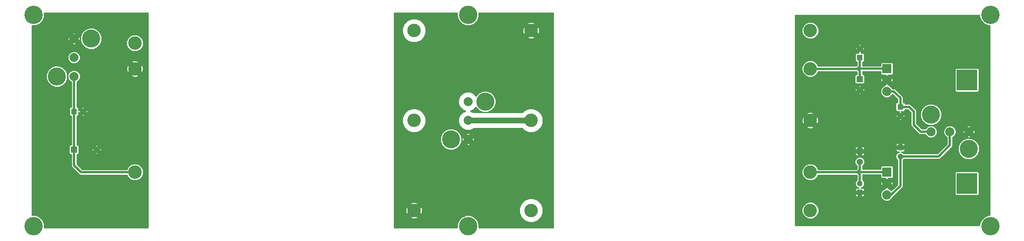
<source format=gtl>
G04 (created by PCBNEW (2013-06-11 BZR 4021)-stable) date Thu 06 Feb 2014 10:57:33 PM CST*
%MOIN*%
G04 Gerber Fmt 3.4, Leading zero omitted, Abs format*
%FSLAX34Y34*%
G01*
G70*
G90*
G04 APERTURE LIST*
%ADD10C,0.00590551*%
%ADD11C,0.08*%
%ADD12R,0.08X0.08*%
%ADD13R,0.18X0.18*%
%ADD14R,0.0551181X0.0551181*%
%ADD15C,0.0551181*%
%ADD16R,0.0511811X0.0511811*%
%ADD17C,0.0511811*%
%ADD18C,0.0787402*%
%ADD19C,0.15748*%
%ADD20C,0.11811*%
%ADD21C,0.16*%
%ADD22C,0.05*%
%ADD23C,0.02*%
%ADD24C,0.01*%
G04 APERTURE END LIST*
G54D10*
G54D11*
X131102Y-91338D03*
X131102Y-92338D03*
G54D12*
X131102Y-90338D03*
G54D13*
X138102Y-91338D03*
G54D11*
X131102Y-82283D03*
X131102Y-83283D03*
G54D12*
X131102Y-81283D03*
G54D13*
X138102Y-82283D03*
G54D14*
X128740Y-88503D03*
G54D15*
X128740Y-89448D03*
G54D14*
X128740Y-82204D03*
G54D15*
X128740Y-83149D03*
G54D16*
X128740Y-80314D03*
G54D17*
X128740Y-79527D03*
G54D16*
X128740Y-92125D03*
G54D17*
X128740Y-91338D03*
G54D16*
X132283Y-88188D03*
G54D17*
X132283Y-88976D03*
G54D16*
X132283Y-84645D03*
G54D17*
X132283Y-85433D03*
G54D16*
X60039Y-85039D03*
G54D17*
X60826Y-85039D03*
G54D14*
X60039Y-88385D03*
G54D15*
X62007Y-88385D03*
G54D18*
X60039Y-81968D03*
X60039Y-80314D03*
X60039Y-78661D03*
G54D19*
X61535Y-78661D03*
X58543Y-81968D03*
G54D18*
X134960Y-86811D03*
X136614Y-86811D03*
X138267Y-86811D03*
G54D19*
X138267Y-88307D03*
X134960Y-85314D03*
G54D18*
X94488Y-84173D03*
X94488Y-85826D03*
X94488Y-87480D03*
G54D19*
X92992Y-87480D03*
X95984Y-84173D03*
G54D20*
X89763Y-77952D03*
X89763Y-85826D03*
X89763Y-93700D03*
X65354Y-79055D03*
X65354Y-81299D03*
X65354Y-90354D03*
X100000Y-85826D03*
X100000Y-93700D03*
X100000Y-77952D03*
X124409Y-93700D03*
X124409Y-90354D03*
X124409Y-85826D03*
X124409Y-81299D03*
X124409Y-77952D03*
G54D21*
X140157Y-76574D03*
X140157Y-95078D03*
X56496Y-76574D03*
X56496Y-95078D03*
X94488Y-76574D03*
X94488Y-95078D03*
G54D22*
X100000Y-85826D02*
X94488Y-85826D01*
G54D23*
X132283Y-88976D02*
X135629Y-88976D01*
X136614Y-87992D02*
X136614Y-86811D01*
X135629Y-88976D02*
X136614Y-87992D01*
X131102Y-92338D02*
X131480Y-92338D01*
X132283Y-91535D02*
X132283Y-88976D01*
X131480Y-92338D02*
X132283Y-91535D01*
X65354Y-90354D02*
X60629Y-90354D01*
X60039Y-89763D02*
X60039Y-88385D01*
X60629Y-90354D02*
X60039Y-89763D01*
X60039Y-85039D02*
X60039Y-81968D01*
X60039Y-88385D02*
X60039Y-85039D01*
X131102Y-83283D02*
X131708Y-83283D01*
X132283Y-83858D02*
X132283Y-84645D01*
X131708Y-83283D02*
X132283Y-83858D01*
X132283Y-84645D02*
X133070Y-84645D01*
X134055Y-86811D02*
X134960Y-86811D01*
X133464Y-86220D02*
X134055Y-86811D01*
X133464Y-85039D02*
X133464Y-86220D01*
X133070Y-84645D02*
X133464Y-85039D01*
X131102Y-81283D02*
X128559Y-81283D01*
X128559Y-81283D02*
X128740Y-81102D01*
X128543Y-81299D02*
X128740Y-81102D01*
X128740Y-81102D02*
X128740Y-80314D01*
X128740Y-82204D02*
X128740Y-81496D01*
X128543Y-81299D02*
X128740Y-81496D01*
X128543Y-81299D02*
X124409Y-81299D01*
X131102Y-90338D02*
X128559Y-90338D01*
X128559Y-90338D02*
X128740Y-90157D01*
X124409Y-90354D02*
X128543Y-90354D01*
X128543Y-90354D02*
X128740Y-90157D01*
X128740Y-90157D02*
X128740Y-89448D01*
X128740Y-90551D02*
X128740Y-91338D01*
X128543Y-90354D02*
X128740Y-90551D01*
G54D10*
G36*
X140107Y-94128D02*
X139969Y-94128D01*
X139620Y-94272D01*
X139352Y-94539D01*
X139207Y-94888D01*
X139207Y-95028D01*
X139205Y-95028D01*
X139205Y-88121D01*
X139152Y-87993D01*
X139152Y-83153D01*
X139152Y-81353D01*
X139129Y-81298D01*
X139087Y-81256D01*
X139032Y-81233D01*
X138972Y-81233D01*
X137172Y-81233D01*
X137117Y-81256D01*
X137075Y-81298D01*
X137052Y-81353D01*
X137052Y-81413D01*
X137052Y-83213D01*
X137075Y-83268D01*
X137117Y-83310D01*
X137172Y-83333D01*
X137232Y-83333D01*
X139032Y-83333D01*
X139087Y-83310D01*
X139129Y-83268D01*
X139152Y-83213D01*
X139152Y-83153D01*
X139152Y-87993D01*
X139062Y-87776D01*
X138799Y-87512D01*
X138796Y-87511D01*
X138796Y-86735D01*
X138784Y-86678D01*
X138733Y-86624D01*
X138546Y-86811D01*
X138733Y-86997D01*
X138784Y-86943D01*
X138796Y-86735D01*
X138796Y-87511D01*
X138454Y-87369D01*
X138454Y-87369D01*
X138454Y-87276D01*
X138454Y-86345D01*
X138400Y-86293D01*
X138192Y-86282D01*
X138135Y-86293D01*
X138080Y-86345D01*
X138267Y-86532D01*
X138454Y-86345D01*
X138454Y-87276D01*
X138267Y-87089D01*
X138080Y-87276D01*
X138135Y-87328D01*
X138343Y-87339D01*
X138400Y-87328D01*
X138454Y-87276D01*
X138454Y-87369D01*
X138082Y-87369D01*
X137989Y-87407D01*
X137989Y-86811D01*
X137802Y-86624D01*
X137750Y-86678D01*
X137739Y-86886D01*
X137750Y-86943D01*
X137802Y-86997D01*
X137989Y-86811D01*
X137989Y-87407D01*
X137737Y-87511D01*
X137473Y-87775D01*
X137330Y-88119D01*
X137330Y-88492D01*
X137472Y-88837D01*
X137736Y-89101D01*
X138080Y-89244D01*
X138453Y-89244D01*
X138798Y-89102D01*
X139061Y-88838D01*
X139204Y-88494D01*
X139205Y-88121D01*
X139205Y-95028D01*
X139152Y-95028D01*
X139152Y-92208D01*
X139152Y-90408D01*
X139129Y-90353D01*
X139087Y-90311D01*
X139032Y-90288D01*
X138972Y-90288D01*
X137172Y-90288D01*
X137157Y-90294D01*
X137157Y-86703D01*
X137075Y-86503D01*
X136922Y-86350D01*
X136722Y-86267D01*
X136506Y-86267D01*
X136306Y-86349D01*
X136153Y-86502D01*
X136070Y-86702D01*
X136070Y-86918D01*
X136152Y-87118D01*
X136305Y-87271D01*
X136364Y-87295D01*
X136364Y-87888D01*
X135898Y-88354D01*
X135898Y-85129D01*
X135755Y-84784D01*
X135492Y-84520D01*
X135147Y-84377D01*
X134774Y-84377D01*
X134430Y-84519D01*
X134166Y-84783D01*
X134023Y-85127D01*
X134023Y-85500D01*
X134165Y-85845D01*
X134428Y-86109D01*
X134773Y-86252D01*
X135146Y-86252D01*
X135490Y-86110D01*
X135754Y-85846D01*
X135897Y-85502D01*
X135898Y-85129D01*
X135898Y-88354D01*
X135526Y-88726D01*
X135504Y-88726D01*
X135504Y-86703D01*
X135421Y-86503D01*
X135269Y-86350D01*
X135069Y-86267D01*
X134852Y-86267D01*
X134653Y-86349D01*
X134499Y-86502D01*
X134475Y-86561D01*
X134158Y-86561D01*
X133714Y-86116D01*
X133714Y-85039D01*
X133695Y-84943D01*
X133695Y-84943D01*
X133641Y-84862D01*
X133641Y-84862D01*
X133247Y-84468D01*
X133166Y-84414D01*
X133070Y-84395D01*
X132689Y-84395D01*
X132689Y-84360D01*
X132666Y-84304D01*
X132624Y-84262D01*
X132569Y-84239D01*
X132533Y-84239D01*
X132533Y-83858D01*
X132533Y-83858D01*
X132533Y-83858D01*
X132529Y-83839D01*
X132514Y-83762D01*
X132514Y-83762D01*
X132460Y-83681D01*
X132460Y-83681D01*
X131885Y-83106D01*
X131804Y-83052D01*
X131708Y-83033D01*
X131652Y-83033D01*
X131652Y-81653D01*
X131652Y-80853D01*
X131629Y-80798D01*
X131587Y-80756D01*
X131532Y-80733D01*
X131472Y-80733D01*
X130672Y-80733D01*
X130617Y-80756D01*
X130575Y-80798D01*
X130552Y-80853D01*
X130552Y-80913D01*
X130552Y-81033D01*
X128990Y-81033D01*
X128990Y-80720D01*
X129025Y-80720D01*
X129080Y-80698D01*
X129123Y-80655D01*
X129146Y-80600D01*
X129146Y-80541D01*
X129146Y-80029D01*
X129131Y-79994D01*
X129131Y-79490D01*
X129116Y-79412D01*
X129069Y-79379D01*
X128921Y-79527D01*
X129069Y-79675D01*
X129116Y-79642D01*
X129131Y-79490D01*
X129131Y-79994D01*
X129123Y-79974D01*
X129081Y-79931D01*
X129026Y-79909D01*
X128966Y-79909D01*
X128828Y-79909D01*
X128855Y-79903D01*
X128888Y-79856D01*
X128888Y-79198D01*
X128855Y-79151D01*
X128702Y-79135D01*
X128624Y-79151D01*
X128591Y-79198D01*
X128740Y-79346D01*
X128888Y-79198D01*
X128888Y-79856D01*
X128740Y-79708D01*
X128591Y-79856D01*
X128624Y-79903D01*
X128676Y-79909D01*
X128559Y-79909D01*
X128559Y-79527D01*
X128411Y-79379D01*
X128363Y-79412D01*
X128348Y-79565D01*
X128363Y-79642D01*
X128411Y-79675D01*
X128559Y-79527D01*
X128559Y-79909D01*
X128454Y-79909D01*
X128399Y-79931D01*
X128357Y-79973D01*
X128334Y-80029D01*
X128334Y-80088D01*
X128334Y-80600D01*
X128357Y-80655D01*
X128399Y-80697D01*
X128454Y-80720D01*
X128490Y-80720D01*
X128490Y-80998D01*
X128439Y-81049D01*
X125150Y-81049D01*
X125150Y-77806D01*
X125037Y-77533D01*
X124829Y-77325D01*
X124557Y-77212D01*
X124262Y-77212D01*
X123990Y-77324D01*
X123782Y-77532D01*
X123669Y-77804D01*
X123668Y-78099D01*
X123781Y-78371D01*
X123989Y-78580D01*
X124261Y-78693D01*
X124556Y-78693D01*
X124828Y-78580D01*
X125036Y-78372D01*
X125149Y-78100D01*
X125150Y-77806D01*
X125150Y-81049D01*
X125107Y-81049D01*
X125037Y-80880D01*
X124829Y-80671D01*
X124557Y-80558D01*
X124262Y-80558D01*
X123990Y-80671D01*
X123782Y-80879D01*
X123669Y-81151D01*
X123668Y-81445D01*
X123781Y-81718D01*
X123989Y-81926D01*
X124261Y-82039D01*
X124556Y-82039D01*
X124828Y-81927D01*
X125036Y-81719D01*
X125107Y-81549D01*
X128439Y-81549D01*
X128490Y-81599D01*
X128490Y-81779D01*
X128434Y-81779D01*
X128379Y-81801D01*
X128337Y-81844D01*
X128314Y-81899D01*
X128314Y-81958D01*
X128314Y-82510D01*
X128337Y-82565D01*
X128379Y-82607D01*
X128434Y-82630D01*
X128494Y-82630D01*
X129045Y-82630D01*
X129100Y-82607D01*
X129142Y-82565D01*
X129165Y-82510D01*
X129165Y-82450D01*
X129165Y-81899D01*
X129142Y-81844D01*
X129100Y-81802D01*
X129045Y-81779D01*
X128990Y-81779D01*
X128990Y-81533D01*
X130552Y-81533D01*
X130552Y-81713D01*
X130575Y-81768D01*
X130617Y-81810D01*
X130672Y-81833D01*
X130732Y-81833D01*
X130935Y-81833D01*
X131102Y-82000D01*
X131269Y-81833D01*
X131532Y-81833D01*
X131587Y-81810D01*
X131629Y-81768D01*
X131652Y-81713D01*
X131652Y-81653D01*
X131652Y-83033D01*
X131637Y-83033D01*
X131637Y-82206D01*
X131626Y-82150D01*
X131573Y-82094D01*
X131385Y-82283D01*
X131573Y-82472D01*
X131626Y-82416D01*
X131637Y-82206D01*
X131637Y-83033D01*
X131594Y-83033D01*
X131568Y-82972D01*
X131414Y-82817D01*
X131282Y-82762D01*
X131291Y-82754D01*
X131102Y-82566D01*
X130913Y-82754D01*
X130922Y-82762D01*
X130819Y-82805D01*
X130819Y-82283D01*
X130630Y-82094D01*
X130578Y-82150D01*
X130567Y-82360D01*
X130578Y-82416D01*
X130630Y-82472D01*
X130819Y-82283D01*
X130819Y-82805D01*
X130791Y-82816D01*
X130636Y-82971D01*
X130552Y-83173D01*
X130552Y-83392D01*
X130635Y-83594D01*
X130790Y-83749D01*
X130992Y-83833D01*
X131211Y-83833D01*
X131413Y-83750D01*
X131568Y-83595D01*
X131594Y-83533D01*
X131605Y-83533D01*
X132033Y-83961D01*
X132033Y-84239D01*
X131997Y-84239D01*
X131942Y-84262D01*
X131900Y-84304D01*
X131877Y-84359D01*
X131877Y-84419D01*
X131877Y-84931D01*
X131900Y-84986D01*
X131942Y-85028D01*
X131997Y-85051D01*
X132057Y-85051D01*
X132194Y-85051D01*
X132168Y-85056D01*
X132135Y-85103D01*
X132283Y-85252D01*
X132431Y-85103D01*
X132398Y-85056D01*
X132346Y-85051D01*
X132569Y-85051D01*
X132624Y-85028D01*
X132666Y-84986D01*
X132689Y-84931D01*
X132689Y-84895D01*
X132967Y-84895D01*
X133214Y-85142D01*
X133214Y-86220D01*
X133233Y-86316D01*
X133287Y-86397D01*
X133878Y-86987D01*
X133959Y-87041D01*
X133959Y-87041D01*
X134055Y-87061D01*
X134475Y-87061D01*
X134499Y-87118D01*
X134652Y-87271D01*
X134852Y-87354D01*
X135068Y-87354D01*
X135268Y-87272D01*
X135421Y-87119D01*
X135504Y-86919D01*
X135504Y-86703D01*
X135504Y-88726D01*
X132675Y-88726D01*
X132675Y-85395D01*
X132659Y-85317D01*
X132612Y-85284D01*
X132464Y-85433D01*
X132612Y-85581D01*
X132659Y-85548D01*
X132675Y-85395D01*
X132675Y-88726D01*
X132669Y-88726D01*
X132607Y-88726D01*
X132513Y-88632D01*
X132375Y-88574D01*
X132443Y-88574D01*
X132513Y-88574D01*
X132565Y-88574D01*
X132613Y-88555D01*
X132649Y-88518D01*
X132669Y-88470D01*
X132669Y-87907D01*
X132649Y-87859D01*
X132613Y-87822D01*
X132565Y-87803D01*
X132513Y-87803D01*
X132443Y-87803D01*
X132431Y-87815D01*
X132431Y-85762D01*
X132283Y-85614D01*
X132135Y-85762D01*
X132168Y-85809D01*
X132321Y-85824D01*
X132398Y-85809D01*
X132431Y-85762D01*
X132431Y-87815D01*
X132411Y-87835D01*
X132411Y-88061D01*
X132636Y-88061D01*
X132669Y-88028D01*
X132669Y-87907D01*
X132669Y-88470D01*
X132669Y-88349D01*
X132636Y-88316D01*
X132411Y-88316D01*
X132411Y-88396D01*
X132155Y-88396D01*
X132155Y-88316D01*
X132155Y-88061D01*
X132155Y-87835D01*
X132123Y-87803D01*
X132102Y-87803D01*
X132102Y-85433D01*
X131954Y-85284D01*
X131907Y-85317D01*
X131891Y-85470D01*
X131907Y-85548D01*
X131954Y-85581D01*
X132102Y-85433D01*
X132102Y-87803D01*
X132053Y-87803D01*
X132001Y-87803D01*
X131953Y-87822D01*
X131917Y-87859D01*
X131897Y-87907D01*
X131897Y-88028D01*
X131930Y-88061D01*
X132155Y-88061D01*
X132155Y-88316D01*
X131930Y-88316D01*
X131897Y-88349D01*
X131897Y-88470D01*
X131917Y-88518D01*
X131953Y-88555D01*
X132001Y-88574D01*
X132053Y-88574D01*
X132123Y-88574D01*
X132155Y-88574D01*
X132192Y-88574D01*
X132155Y-88590D01*
X132053Y-88632D01*
X131939Y-88746D01*
X131877Y-88895D01*
X131877Y-89056D01*
X131939Y-89206D01*
X132033Y-89300D01*
X132033Y-91431D01*
X131652Y-91812D01*
X131652Y-90708D01*
X131652Y-89908D01*
X131629Y-89853D01*
X131587Y-89811D01*
X131532Y-89788D01*
X131472Y-89788D01*
X130672Y-89788D01*
X130617Y-89811D01*
X130575Y-89853D01*
X130552Y-89908D01*
X130552Y-89968D01*
X130552Y-90088D01*
X128990Y-90088D01*
X128990Y-89800D01*
X129100Y-89690D01*
X129165Y-89533D01*
X129165Y-89364D01*
X129151Y-89329D01*
X129151Y-83106D01*
X129136Y-83031D01*
X129088Y-82995D01*
X128935Y-83149D01*
X129088Y-83303D01*
X129136Y-83267D01*
X129151Y-83106D01*
X129151Y-89329D01*
X129145Y-89316D01*
X129145Y-88805D01*
X129145Y-88202D01*
X129126Y-88154D01*
X129089Y-88118D01*
X129041Y-88098D01*
X128990Y-88098D01*
X128910Y-88098D01*
X128893Y-88114D01*
X128893Y-83498D01*
X128893Y-82800D01*
X128857Y-82753D01*
X128697Y-82738D01*
X128622Y-82753D01*
X128586Y-82800D01*
X128740Y-82954D01*
X128893Y-82800D01*
X128893Y-83498D01*
X128740Y-83344D01*
X128586Y-83498D01*
X128622Y-83546D01*
X128783Y-83560D01*
X128857Y-83546D01*
X128893Y-83498D01*
X128893Y-88114D01*
X128877Y-88130D01*
X128877Y-88366D01*
X129113Y-88366D01*
X129145Y-88333D01*
X129145Y-88202D01*
X129145Y-88805D01*
X129145Y-88674D01*
X129113Y-88641D01*
X128877Y-88641D01*
X128877Y-88877D01*
X128910Y-88909D01*
X128990Y-88909D01*
X129041Y-88909D01*
X129089Y-88889D01*
X129126Y-88853D01*
X129145Y-88805D01*
X129145Y-89316D01*
X129101Y-89208D01*
X128981Y-89088D01*
X128825Y-89023D01*
X128655Y-89023D01*
X128602Y-89045D01*
X128602Y-88877D01*
X128602Y-88641D01*
X128602Y-88366D01*
X128602Y-88130D01*
X128569Y-88098D01*
X128545Y-88098D01*
X128545Y-83149D01*
X128391Y-82995D01*
X128343Y-83031D01*
X128328Y-83192D01*
X128343Y-83267D01*
X128391Y-83303D01*
X128545Y-83149D01*
X128545Y-88098D01*
X128490Y-88098D01*
X128438Y-88098D01*
X128390Y-88118D01*
X128354Y-88154D01*
X128334Y-88202D01*
X128334Y-88333D01*
X128367Y-88366D01*
X128602Y-88366D01*
X128602Y-88641D01*
X128367Y-88641D01*
X128334Y-88674D01*
X128334Y-88805D01*
X128354Y-88853D01*
X128390Y-88889D01*
X128438Y-88909D01*
X128490Y-88909D01*
X128569Y-88909D01*
X128602Y-88877D01*
X128602Y-89045D01*
X128499Y-89087D01*
X128379Y-89207D01*
X128314Y-89363D01*
X128314Y-89533D01*
X128379Y-89689D01*
X128490Y-89800D01*
X128490Y-90053D01*
X128439Y-90104D01*
X125143Y-90104D01*
X125143Y-85797D01*
X125098Y-85573D01*
X125026Y-85492D01*
X124743Y-85775D01*
X124743Y-85209D01*
X124663Y-85137D01*
X124380Y-85092D01*
X124155Y-85137D01*
X124074Y-85209D01*
X124409Y-85543D01*
X124743Y-85209D01*
X124743Y-85775D01*
X124692Y-85826D01*
X125026Y-86161D01*
X125098Y-86080D01*
X125143Y-85797D01*
X125143Y-90104D01*
X125107Y-90104D01*
X125037Y-89935D01*
X124829Y-89726D01*
X124743Y-89691D01*
X124743Y-86444D01*
X124409Y-86109D01*
X124126Y-86392D01*
X124126Y-85826D01*
X123792Y-85492D01*
X123719Y-85573D01*
X123675Y-85856D01*
X123719Y-86080D01*
X123792Y-86161D01*
X124126Y-85826D01*
X124126Y-86392D01*
X124074Y-86444D01*
X124155Y-86516D01*
X124438Y-86560D01*
X124663Y-86516D01*
X124743Y-86444D01*
X124743Y-89691D01*
X124557Y-89613D01*
X124262Y-89613D01*
X123990Y-89726D01*
X123782Y-89934D01*
X123669Y-90206D01*
X123668Y-90500D01*
X123781Y-90773D01*
X123989Y-90981D01*
X124261Y-91094D01*
X124556Y-91095D01*
X124828Y-90982D01*
X125036Y-90774D01*
X125107Y-90604D01*
X128439Y-90604D01*
X128490Y-90654D01*
X128490Y-91014D01*
X128396Y-91108D01*
X128334Y-91257D01*
X128334Y-91418D01*
X128395Y-91568D01*
X128509Y-91682D01*
X128648Y-91740D01*
X128579Y-91740D01*
X128509Y-91740D01*
X128458Y-91740D01*
X128410Y-91759D01*
X128373Y-91796D01*
X128354Y-91844D01*
X128354Y-91965D01*
X128386Y-91998D01*
X128612Y-91998D01*
X128612Y-91918D01*
X128868Y-91918D01*
X128868Y-91998D01*
X129093Y-91998D01*
X129126Y-91965D01*
X129126Y-91844D01*
X129106Y-91796D01*
X129069Y-91759D01*
X129022Y-91740D01*
X128970Y-91740D01*
X128900Y-91740D01*
X128831Y-91740D01*
X128969Y-91682D01*
X129084Y-91568D01*
X129145Y-91419D01*
X129146Y-91258D01*
X129084Y-91108D01*
X128990Y-91014D01*
X128990Y-90588D01*
X130552Y-90588D01*
X130552Y-90768D01*
X130575Y-90823D01*
X130617Y-90865D01*
X130672Y-90888D01*
X130732Y-90888D01*
X130935Y-90888D01*
X131102Y-91055D01*
X131269Y-90888D01*
X131532Y-90888D01*
X131587Y-90865D01*
X131629Y-90823D01*
X131652Y-90768D01*
X131652Y-90708D01*
X131652Y-91812D01*
X131637Y-91828D01*
X131637Y-91261D01*
X131626Y-91205D01*
X131573Y-91149D01*
X131385Y-91338D01*
X131573Y-91527D01*
X131626Y-91471D01*
X131637Y-91261D01*
X131637Y-91828D01*
X131503Y-91961D01*
X131414Y-91872D01*
X131282Y-91817D01*
X131291Y-91810D01*
X131102Y-91621D01*
X130913Y-91810D01*
X130922Y-91817D01*
X130819Y-91860D01*
X130819Y-91338D01*
X130630Y-91149D01*
X130578Y-91205D01*
X130567Y-91415D01*
X130578Y-91471D01*
X130630Y-91527D01*
X130819Y-91338D01*
X130819Y-91860D01*
X130791Y-91872D01*
X130636Y-92026D01*
X130552Y-92228D01*
X130552Y-92447D01*
X130635Y-92649D01*
X130790Y-92804D01*
X130992Y-92888D01*
X131211Y-92888D01*
X131413Y-92805D01*
X131568Y-92650D01*
X131611Y-92545D01*
X131657Y-92515D01*
X132460Y-91712D01*
X132460Y-91712D01*
X132460Y-91712D01*
X132514Y-91631D01*
X132514Y-91631D01*
X132533Y-91535D01*
X132533Y-89300D01*
X132607Y-89226D01*
X135629Y-89226D01*
X135725Y-89207D01*
X135806Y-89153D01*
X136790Y-88168D01*
X136790Y-88168D01*
X136790Y-88168D01*
X136845Y-88087D01*
X136845Y-88087D01*
X136860Y-88011D01*
X136864Y-87992D01*
X136864Y-87992D01*
X136864Y-87992D01*
X136864Y-87296D01*
X136921Y-87272D01*
X137074Y-87119D01*
X137157Y-86919D01*
X137157Y-86703D01*
X137157Y-90294D01*
X137117Y-90311D01*
X137075Y-90353D01*
X137052Y-90408D01*
X137052Y-90468D01*
X137052Y-92268D01*
X137075Y-92323D01*
X137117Y-92365D01*
X137172Y-92388D01*
X137232Y-92388D01*
X139032Y-92388D01*
X139087Y-92365D01*
X139129Y-92323D01*
X139152Y-92268D01*
X139152Y-92208D01*
X139152Y-95028D01*
X129126Y-95028D01*
X129126Y-92407D01*
X129126Y-92286D01*
X129093Y-92253D01*
X128868Y-92253D01*
X128868Y-92479D01*
X128900Y-92511D01*
X128970Y-92511D01*
X129022Y-92511D01*
X129069Y-92492D01*
X129106Y-92455D01*
X129126Y-92407D01*
X129126Y-95028D01*
X128612Y-95028D01*
X128612Y-92479D01*
X128612Y-92253D01*
X128386Y-92253D01*
X128354Y-92286D01*
X128354Y-92407D01*
X128373Y-92455D01*
X128410Y-92492D01*
X128458Y-92511D01*
X128509Y-92511D01*
X128579Y-92511D01*
X128612Y-92479D01*
X128612Y-95028D01*
X125150Y-95028D01*
X125150Y-93554D01*
X125037Y-93281D01*
X124829Y-93073D01*
X124557Y-92960D01*
X124262Y-92960D01*
X123990Y-93072D01*
X123782Y-93280D01*
X123669Y-93552D01*
X123668Y-93847D01*
X123781Y-94119D01*
X123989Y-94328D01*
X124261Y-94441D01*
X124556Y-94441D01*
X124828Y-94328D01*
X125036Y-94120D01*
X125149Y-93848D01*
X125150Y-93554D01*
X125150Y-95028D01*
X123081Y-95028D01*
X123081Y-76624D01*
X139207Y-76624D01*
X139207Y-76762D01*
X139351Y-77112D01*
X139618Y-77379D01*
X139967Y-77524D01*
X140107Y-77524D01*
X140107Y-94128D01*
X140107Y-94128D01*
G37*
G54D24*
X140107Y-94128D02*
X139969Y-94128D01*
X139620Y-94272D01*
X139352Y-94539D01*
X139207Y-94888D01*
X139207Y-95028D01*
X139205Y-95028D01*
X139205Y-88121D01*
X139152Y-87993D01*
X139152Y-83153D01*
X139152Y-81353D01*
X139129Y-81298D01*
X139087Y-81256D01*
X139032Y-81233D01*
X138972Y-81233D01*
X137172Y-81233D01*
X137117Y-81256D01*
X137075Y-81298D01*
X137052Y-81353D01*
X137052Y-81413D01*
X137052Y-83213D01*
X137075Y-83268D01*
X137117Y-83310D01*
X137172Y-83333D01*
X137232Y-83333D01*
X139032Y-83333D01*
X139087Y-83310D01*
X139129Y-83268D01*
X139152Y-83213D01*
X139152Y-83153D01*
X139152Y-87993D01*
X139062Y-87776D01*
X138799Y-87512D01*
X138796Y-87511D01*
X138796Y-86735D01*
X138784Y-86678D01*
X138733Y-86624D01*
X138546Y-86811D01*
X138733Y-86997D01*
X138784Y-86943D01*
X138796Y-86735D01*
X138796Y-87511D01*
X138454Y-87369D01*
X138454Y-87369D01*
X138454Y-87276D01*
X138454Y-86345D01*
X138400Y-86293D01*
X138192Y-86282D01*
X138135Y-86293D01*
X138080Y-86345D01*
X138267Y-86532D01*
X138454Y-86345D01*
X138454Y-87276D01*
X138267Y-87089D01*
X138080Y-87276D01*
X138135Y-87328D01*
X138343Y-87339D01*
X138400Y-87328D01*
X138454Y-87276D01*
X138454Y-87369D01*
X138082Y-87369D01*
X137989Y-87407D01*
X137989Y-86811D01*
X137802Y-86624D01*
X137750Y-86678D01*
X137739Y-86886D01*
X137750Y-86943D01*
X137802Y-86997D01*
X137989Y-86811D01*
X137989Y-87407D01*
X137737Y-87511D01*
X137473Y-87775D01*
X137330Y-88119D01*
X137330Y-88492D01*
X137472Y-88837D01*
X137736Y-89101D01*
X138080Y-89244D01*
X138453Y-89244D01*
X138798Y-89102D01*
X139061Y-88838D01*
X139204Y-88494D01*
X139205Y-88121D01*
X139205Y-95028D01*
X139152Y-95028D01*
X139152Y-92208D01*
X139152Y-90408D01*
X139129Y-90353D01*
X139087Y-90311D01*
X139032Y-90288D01*
X138972Y-90288D01*
X137172Y-90288D01*
X137157Y-90294D01*
X137157Y-86703D01*
X137075Y-86503D01*
X136922Y-86350D01*
X136722Y-86267D01*
X136506Y-86267D01*
X136306Y-86349D01*
X136153Y-86502D01*
X136070Y-86702D01*
X136070Y-86918D01*
X136152Y-87118D01*
X136305Y-87271D01*
X136364Y-87295D01*
X136364Y-87888D01*
X135898Y-88354D01*
X135898Y-85129D01*
X135755Y-84784D01*
X135492Y-84520D01*
X135147Y-84377D01*
X134774Y-84377D01*
X134430Y-84519D01*
X134166Y-84783D01*
X134023Y-85127D01*
X134023Y-85500D01*
X134165Y-85845D01*
X134428Y-86109D01*
X134773Y-86252D01*
X135146Y-86252D01*
X135490Y-86110D01*
X135754Y-85846D01*
X135897Y-85502D01*
X135898Y-85129D01*
X135898Y-88354D01*
X135526Y-88726D01*
X135504Y-88726D01*
X135504Y-86703D01*
X135421Y-86503D01*
X135269Y-86350D01*
X135069Y-86267D01*
X134852Y-86267D01*
X134653Y-86349D01*
X134499Y-86502D01*
X134475Y-86561D01*
X134158Y-86561D01*
X133714Y-86116D01*
X133714Y-85039D01*
X133695Y-84943D01*
X133695Y-84943D01*
X133641Y-84862D01*
X133641Y-84862D01*
X133247Y-84468D01*
X133166Y-84414D01*
X133070Y-84395D01*
X132689Y-84395D01*
X132689Y-84360D01*
X132666Y-84304D01*
X132624Y-84262D01*
X132569Y-84239D01*
X132533Y-84239D01*
X132533Y-83858D01*
X132533Y-83858D01*
X132533Y-83858D01*
X132529Y-83839D01*
X132514Y-83762D01*
X132514Y-83762D01*
X132460Y-83681D01*
X132460Y-83681D01*
X131885Y-83106D01*
X131804Y-83052D01*
X131708Y-83033D01*
X131652Y-83033D01*
X131652Y-81653D01*
X131652Y-80853D01*
X131629Y-80798D01*
X131587Y-80756D01*
X131532Y-80733D01*
X131472Y-80733D01*
X130672Y-80733D01*
X130617Y-80756D01*
X130575Y-80798D01*
X130552Y-80853D01*
X130552Y-80913D01*
X130552Y-81033D01*
X128990Y-81033D01*
X128990Y-80720D01*
X129025Y-80720D01*
X129080Y-80698D01*
X129123Y-80655D01*
X129146Y-80600D01*
X129146Y-80541D01*
X129146Y-80029D01*
X129131Y-79994D01*
X129131Y-79490D01*
X129116Y-79412D01*
X129069Y-79379D01*
X128921Y-79527D01*
X129069Y-79675D01*
X129116Y-79642D01*
X129131Y-79490D01*
X129131Y-79994D01*
X129123Y-79974D01*
X129081Y-79931D01*
X129026Y-79909D01*
X128966Y-79909D01*
X128828Y-79909D01*
X128855Y-79903D01*
X128888Y-79856D01*
X128888Y-79198D01*
X128855Y-79151D01*
X128702Y-79135D01*
X128624Y-79151D01*
X128591Y-79198D01*
X128740Y-79346D01*
X128888Y-79198D01*
X128888Y-79856D01*
X128740Y-79708D01*
X128591Y-79856D01*
X128624Y-79903D01*
X128676Y-79909D01*
X128559Y-79909D01*
X128559Y-79527D01*
X128411Y-79379D01*
X128363Y-79412D01*
X128348Y-79565D01*
X128363Y-79642D01*
X128411Y-79675D01*
X128559Y-79527D01*
X128559Y-79909D01*
X128454Y-79909D01*
X128399Y-79931D01*
X128357Y-79973D01*
X128334Y-80029D01*
X128334Y-80088D01*
X128334Y-80600D01*
X128357Y-80655D01*
X128399Y-80697D01*
X128454Y-80720D01*
X128490Y-80720D01*
X128490Y-80998D01*
X128439Y-81049D01*
X125150Y-81049D01*
X125150Y-77806D01*
X125037Y-77533D01*
X124829Y-77325D01*
X124557Y-77212D01*
X124262Y-77212D01*
X123990Y-77324D01*
X123782Y-77532D01*
X123669Y-77804D01*
X123668Y-78099D01*
X123781Y-78371D01*
X123989Y-78580D01*
X124261Y-78693D01*
X124556Y-78693D01*
X124828Y-78580D01*
X125036Y-78372D01*
X125149Y-78100D01*
X125150Y-77806D01*
X125150Y-81049D01*
X125107Y-81049D01*
X125037Y-80880D01*
X124829Y-80671D01*
X124557Y-80558D01*
X124262Y-80558D01*
X123990Y-80671D01*
X123782Y-80879D01*
X123669Y-81151D01*
X123668Y-81445D01*
X123781Y-81718D01*
X123989Y-81926D01*
X124261Y-82039D01*
X124556Y-82039D01*
X124828Y-81927D01*
X125036Y-81719D01*
X125107Y-81549D01*
X128439Y-81549D01*
X128490Y-81599D01*
X128490Y-81779D01*
X128434Y-81779D01*
X128379Y-81801D01*
X128337Y-81844D01*
X128314Y-81899D01*
X128314Y-81958D01*
X128314Y-82510D01*
X128337Y-82565D01*
X128379Y-82607D01*
X128434Y-82630D01*
X128494Y-82630D01*
X129045Y-82630D01*
X129100Y-82607D01*
X129142Y-82565D01*
X129165Y-82510D01*
X129165Y-82450D01*
X129165Y-81899D01*
X129142Y-81844D01*
X129100Y-81802D01*
X129045Y-81779D01*
X128990Y-81779D01*
X128990Y-81533D01*
X130552Y-81533D01*
X130552Y-81713D01*
X130575Y-81768D01*
X130617Y-81810D01*
X130672Y-81833D01*
X130732Y-81833D01*
X130935Y-81833D01*
X131102Y-82000D01*
X131269Y-81833D01*
X131532Y-81833D01*
X131587Y-81810D01*
X131629Y-81768D01*
X131652Y-81713D01*
X131652Y-81653D01*
X131652Y-83033D01*
X131637Y-83033D01*
X131637Y-82206D01*
X131626Y-82150D01*
X131573Y-82094D01*
X131385Y-82283D01*
X131573Y-82472D01*
X131626Y-82416D01*
X131637Y-82206D01*
X131637Y-83033D01*
X131594Y-83033D01*
X131568Y-82972D01*
X131414Y-82817D01*
X131282Y-82762D01*
X131291Y-82754D01*
X131102Y-82566D01*
X130913Y-82754D01*
X130922Y-82762D01*
X130819Y-82805D01*
X130819Y-82283D01*
X130630Y-82094D01*
X130578Y-82150D01*
X130567Y-82360D01*
X130578Y-82416D01*
X130630Y-82472D01*
X130819Y-82283D01*
X130819Y-82805D01*
X130791Y-82816D01*
X130636Y-82971D01*
X130552Y-83173D01*
X130552Y-83392D01*
X130635Y-83594D01*
X130790Y-83749D01*
X130992Y-83833D01*
X131211Y-83833D01*
X131413Y-83750D01*
X131568Y-83595D01*
X131594Y-83533D01*
X131605Y-83533D01*
X132033Y-83961D01*
X132033Y-84239D01*
X131997Y-84239D01*
X131942Y-84262D01*
X131900Y-84304D01*
X131877Y-84359D01*
X131877Y-84419D01*
X131877Y-84931D01*
X131900Y-84986D01*
X131942Y-85028D01*
X131997Y-85051D01*
X132057Y-85051D01*
X132194Y-85051D01*
X132168Y-85056D01*
X132135Y-85103D01*
X132283Y-85252D01*
X132431Y-85103D01*
X132398Y-85056D01*
X132346Y-85051D01*
X132569Y-85051D01*
X132624Y-85028D01*
X132666Y-84986D01*
X132689Y-84931D01*
X132689Y-84895D01*
X132967Y-84895D01*
X133214Y-85142D01*
X133214Y-86220D01*
X133233Y-86316D01*
X133287Y-86397D01*
X133878Y-86987D01*
X133959Y-87041D01*
X133959Y-87041D01*
X134055Y-87061D01*
X134475Y-87061D01*
X134499Y-87118D01*
X134652Y-87271D01*
X134852Y-87354D01*
X135068Y-87354D01*
X135268Y-87272D01*
X135421Y-87119D01*
X135504Y-86919D01*
X135504Y-86703D01*
X135504Y-88726D01*
X132675Y-88726D01*
X132675Y-85395D01*
X132659Y-85317D01*
X132612Y-85284D01*
X132464Y-85433D01*
X132612Y-85581D01*
X132659Y-85548D01*
X132675Y-85395D01*
X132675Y-88726D01*
X132669Y-88726D01*
X132607Y-88726D01*
X132513Y-88632D01*
X132375Y-88574D01*
X132443Y-88574D01*
X132513Y-88574D01*
X132565Y-88574D01*
X132613Y-88555D01*
X132649Y-88518D01*
X132669Y-88470D01*
X132669Y-87907D01*
X132649Y-87859D01*
X132613Y-87822D01*
X132565Y-87803D01*
X132513Y-87803D01*
X132443Y-87803D01*
X132431Y-87815D01*
X132431Y-85762D01*
X132283Y-85614D01*
X132135Y-85762D01*
X132168Y-85809D01*
X132321Y-85824D01*
X132398Y-85809D01*
X132431Y-85762D01*
X132431Y-87815D01*
X132411Y-87835D01*
X132411Y-88061D01*
X132636Y-88061D01*
X132669Y-88028D01*
X132669Y-87907D01*
X132669Y-88470D01*
X132669Y-88349D01*
X132636Y-88316D01*
X132411Y-88316D01*
X132411Y-88396D01*
X132155Y-88396D01*
X132155Y-88316D01*
X132155Y-88061D01*
X132155Y-87835D01*
X132123Y-87803D01*
X132102Y-87803D01*
X132102Y-85433D01*
X131954Y-85284D01*
X131907Y-85317D01*
X131891Y-85470D01*
X131907Y-85548D01*
X131954Y-85581D01*
X132102Y-85433D01*
X132102Y-87803D01*
X132053Y-87803D01*
X132001Y-87803D01*
X131953Y-87822D01*
X131917Y-87859D01*
X131897Y-87907D01*
X131897Y-88028D01*
X131930Y-88061D01*
X132155Y-88061D01*
X132155Y-88316D01*
X131930Y-88316D01*
X131897Y-88349D01*
X131897Y-88470D01*
X131917Y-88518D01*
X131953Y-88555D01*
X132001Y-88574D01*
X132053Y-88574D01*
X132123Y-88574D01*
X132155Y-88574D01*
X132192Y-88574D01*
X132155Y-88590D01*
X132053Y-88632D01*
X131939Y-88746D01*
X131877Y-88895D01*
X131877Y-89056D01*
X131939Y-89206D01*
X132033Y-89300D01*
X132033Y-91431D01*
X131652Y-91812D01*
X131652Y-90708D01*
X131652Y-89908D01*
X131629Y-89853D01*
X131587Y-89811D01*
X131532Y-89788D01*
X131472Y-89788D01*
X130672Y-89788D01*
X130617Y-89811D01*
X130575Y-89853D01*
X130552Y-89908D01*
X130552Y-89968D01*
X130552Y-90088D01*
X128990Y-90088D01*
X128990Y-89800D01*
X129100Y-89690D01*
X129165Y-89533D01*
X129165Y-89364D01*
X129151Y-89329D01*
X129151Y-83106D01*
X129136Y-83031D01*
X129088Y-82995D01*
X128935Y-83149D01*
X129088Y-83303D01*
X129136Y-83267D01*
X129151Y-83106D01*
X129151Y-89329D01*
X129145Y-89316D01*
X129145Y-88805D01*
X129145Y-88202D01*
X129126Y-88154D01*
X129089Y-88118D01*
X129041Y-88098D01*
X128990Y-88098D01*
X128910Y-88098D01*
X128893Y-88114D01*
X128893Y-83498D01*
X128893Y-82800D01*
X128857Y-82753D01*
X128697Y-82738D01*
X128622Y-82753D01*
X128586Y-82800D01*
X128740Y-82954D01*
X128893Y-82800D01*
X128893Y-83498D01*
X128740Y-83344D01*
X128586Y-83498D01*
X128622Y-83546D01*
X128783Y-83560D01*
X128857Y-83546D01*
X128893Y-83498D01*
X128893Y-88114D01*
X128877Y-88130D01*
X128877Y-88366D01*
X129113Y-88366D01*
X129145Y-88333D01*
X129145Y-88202D01*
X129145Y-88805D01*
X129145Y-88674D01*
X129113Y-88641D01*
X128877Y-88641D01*
X128877Y-88877D01*
X128910Y-88909D01*
X128990Y-88909D01*
X129041Y-88909D01*
X129089Y-88889D01*
X129126Y-88853D01*
X129145Y-88805D01*
X129145Y-89316D01*
X129101Y-89208D01*
X128981Y-89088D01*
X128825Y-89023D01*
X128655Y-89023D01*
X128602Y-89045D01*
X128602Y-88877D01*
X128602Y-88641D01*
X128602Y-88366D01*
X128602Y-88130D01*
X128569Y-88098D01*
X128545Y-88098D01*
X128545Y-83149D01*
X128391Y-82995D01*
X128343Y-83031D01*
X128328Y-83192D01*
X128343Y-83267D01*
X128391Y-83303D01*
X128545Y-83149D01*
X128545Y-88098D01*
X128490Y-88098D01*
X128438Y-88098D01*
X128390Y-88118D01*
X128354Y-88154D01*
X128334Y-88202D01*
X128334Y-88333D01*
X128367Y-88366D01*
X128602Y-88366D01*
X128602Y-88641D01*
X128367Y-88641D01*
X128334Y-88674D01*
X128334Y-88805D01*
X128354Y-88853D01*
X128390Y-88889D01*
X128438Y-88909D01*
X128490Y-88909D01*
X128569Y-88909D01*
X128602Y-88877D01*
X128602Y-89045D01*
X128499Y-89087D01*
X128379Y-89207D01*
X128314Y-89363D01*
X128314Y-89533D01*
X128379Y-89689D01*
X128490Y-89800D01*
X128490Y-90053D01*
X128439Y-90104D01*
X125143Y-90104D01*
X125143Y-85797D01*
X125098Y-85573D01*
X125026Y-85492D01*
X124743Y-85775D01*
X124743Y-85209D01*
X124663Y-85137D01*
X124380Y-85092D01*
X124155Y-85137D01*
X124074Y-85209D01*
X124409Y-85543D01*
X124743Y-85209D01*
X124743Y-85775D01*
X124692Y-85826D01*
X125026Y-86161D01*
X125098Y-86080D01*
X125143Y-85797D01*
X125143Y-90104D01*
X125107Y-90104D01*
X125037Y-89935D01*
X124829Y-89726D01*
X124743Y-89691D01*
X124743Y-86444D01*
X124409Y-86109D01*
X124126Y-86392D01*
X124126Y-85826D01*
X123792Y-85492D01*
X123719Y-85573D01*
X123675Y-85856D01*
X123719Y-86080D01*
X123792Y-86161D01*
X124126Y-85826D01*
X124126Y-86392D01*
X124074Y-86444D01*
X124155Y-86516D01*
X124438Y-86560D01*
X124663Y-86516D01*
X124743Y-86444D01*
X124743Y-89691D01*
X124557Y-89613D01*
X124262Y-89613D01*
X123990Y-89726D01*
X123782Y-89934D01*
X123669Y-90206D01*
X123668Y-90500D01*
X123781Y-90773D01*
X123989Y-90981D01*
X124261Y-91094D01*
X124556Y-91095D01*
X124828Y-90982D01*
X125036Y-90774D01*
X125107Y-90604D01*
X128439Y-90604D01*
X128490Y-90654D01*
X128490Y-91014D01*
X128396Y-91108D01*
X128334Y-91257D01*
X128334Y-91418D01*
X128395Y-91568D01*
X128509Y-91682D01*
X128648Y-91740D01*
X128579Y-91740D01*
X128509Y-91740D01*
X128458Y-91740D01*
X128410Y-91759D01*
X128373Y-91796D01*
X128354Y-91844D01*
X128354Y-91965D01*
X128386Y-91998D01*
X128612Y-91998D01*
X128612Y-91918D01*
X128868Y-91918D01*
X128868Y-91998D01*
X129093Y-91998D01*
X129126Y-91965D01*
X129126Y-91844D01*
X129106Y-91796D01*
X129069Y-91759D01*
X129022Y-91740D01*
X128970Y-91740D01*
X128900Y-91740D01*
X128831Y-91740D01*
X128969Y-91682D01*
X129084Y-91568D01*
X129145Y-91419D01*
X129146Y-91258D01*
X129084Y-91108D01*
X128990Y-91014D01*
X128990Y-90588D01*
X130552Y-90588D01*
X130552Y-90768D01*
X130575Y-90823D01*
X130617Y-90865D01*
X130672Y-90888D01*
X130732Y-90888D01*
X130935Y-90888D01*
X131102Y-91055D01*
X131269Y-90888D01*
X131532Y-90888D01*
X131587Y-90865D01*
X131629Y-90823D01*
X131652Y-90768D01*
X131652Y-90708D01*
X131652Y-91812D01*
X131637Y-91828D01*
X131637Y-91261D01*
X131626Y-91205D01*
X131573Y-91149D01*
X131385Y-91338D01*
X131573Y-91527D01*
X131626Y-91471D01*
X131637Y-91261D01*
X131637Y-91828D01*
X131503Y-91961D01*
X131414Y-91872D01*
X131282Y-91817D01*
X131291Y-91810D01*
X131102Y-91621D01*
X130913Y-91810D01*
X130922Y-91817D01*
X130819Y-91860D01*
X130819Y-91338D01*
X130630Y-91149D01*
X130578Y-91205D01*
X130567Y-91415D01*
X130578Y-91471D01*
X130630Y-91527D01*
X130819Y-91338D01*
X130819Y-91860D01*
X130791Y-91872D01*
X130636Y-92026D01*
X130552Y-92228D01*
X130552Y-92447D01*
X130635Y-92649D01*
X130790Y-92804D01*
X130992Y-92888D01*
X131211Y-92888D01*
X131413Y-92805D01*
X131568Y-92650D01*
X131611Y-92545D01*
X131657Y-92515D01*
X132460Y-91712D01*
X132460Y-91712D01*
X132460Y-91712D01*
X132514Y-91631D01*
X132514Y-91631D01*
X132533Y-91535D01*
X132533Y-89300D01*
X132607Y-89226D01*
X135629Y-89226D01*
X135725Y-89207D01*
X135806Y-89153D01*
X136790Y-88168D01*
X136790Y-88168D01*
X136790Y-88168D01*
X136845Y-88087D01*
X136845Y-88087D01*
X136860Y-88011D01*
X136864Y-87992D01*
X136864Y-87992D01*
X136864Y-87992D01*
X136864Y-87296D01*
X136921Y-87272D01*
X137074Y-87119D01*
X137157Y-86919D01*
X137157Y-86703D01*
X137157Y-90294D01*
X137117Y-90311D01*
X137075Y-90353D01*
X137052Y-90408D01*
X137052Y-90468D01*
X137052Y-92268D01*
X137075Y-92323D01*
X137117Y-92365D01*
X137172Y-92388D01*
X137232Y-92388D01*
X139032Y-92388D01*
X139087Y-92365D01*
X139129Y-92323D01*
X139152Y-92268D01*
X139152Y-92208D01*
X139152Y-95028D01*
X129126Y-95028D01*
X129126Y-92407D01*
X129126Y-92286D01*
X129093Y-92253D01*
X128868Y-92253D01*
X128868Y-92479D01*
X128900Y-92511D01*
X128970Y-92511D01*
X129022Y-92511D01*
X129069Y-92492D01*
X129106Y-92455D01*
X129126Y-92407D01*
X129126Y-95028D01*
X128612Y-95028D01*
X128612Y-92479D01*
X128612Y-92253D01*
X128386Y-92253D01*
X128354Y-92286D01*
X128354Y-92407D01*
X128373Y-92455D01*
X128410Y-92492D01*
X128458Y-92511D01*
X128509Y-92511D01*
X128579Y-92511D01*
X128612Y-92479D01*
X128612Y-95028D01*
X125150Y-95028D01*
X125150Y-93554D01*
X125037Y-93281D01*
X124829Y-93073D01*
X124557Y-92960D01*
X124262Y-92960D01*
X123990Y-93072D01*
X123782Y-93280D01*
X123669Y-93552D01*
X123668Y-93847D01*
X123781Y-94119D01*
X123989Y-94328D01*
X124261Y-94441D01*
X124556Y-94441D01*
X124828Y-94328D01*
X125036Y-94120D01*
X125149Y-93848D01*
X125150Y-93554D01*
X125150Y-95028D01*
X123081Y-95028D01*
X123081Y-76624D01*
X139207Y-76624D01*
X139207Y-76762D01*
X139351Y-77112D01*
X139618Y-77379D01*
X139967Y-77524D01*
X140107Y-77524D01*
X140107Y-94128D01*
G54D10*
G36*
X101918Y-95225D02*
X101040Y-95225D01*
X101040Y-93494D01*
X101040Y-85620D01*
X100882Y-85238D01*
X100734Y-85089D01*
X100734Y-77923D01*
X100689Y-77699D01*
X100617Y-77618D01*
X100334Y-77901D01*
X100334Y-77335D01*
X100253Y-77263D01*
X99970Y-77218D01*
X99746Y-77263D01*
X99665Y-77335D01*
X100000Y-77669D01*
X100334Y-77335D01*
X100334Y-77901D01*
X100282Y-77952D01*
X100617Y-78287D01*
X100689Y-78206D01*
X100734Y-77923D01*
X100734Y-85089D01*
X100590Y-84945D01*
X100334Y-84838D01*
X100334Y-78570D01*
X100000Y-78235D01*
X99717Y-78518D01*
X99717Y-77952D01*
X99382Y-77618D01*
X99310Y-77699D01*
X99265Y-77982D01*
X99310Y-78206D01*
X99382Y-78287D01*
X99717Y-77952D01*
X99717Y-78518D01*
X99665Y-78570D01*
X99746Y-78642D01*
X100029Y-78686D01*
X100253Y-78642D01*
X100334Y-78570D01*
X100334Y-84838D01*
X100207Y-84786D01*
X99793Y-84786D01*
X99411Y-84944D01*
X99228Y-85126D01*
X94981Y-85126D01*
X94966Y-85111D01*
X94696Y-84999D01*
X94965Y-84888D01*
X95178Y-84676D01*
X95189Y-84703D01*
X95452Y-84967D01*
X95796Y-85110D01*
X96169Y-85110D01*
X96514Y-84968D01*
X96778Y-84704D01*
X96921Y-84360D01*
X96921Y-83987D01*
X96779Y-83642D01*
X96515Y-83379D01*
X96171Y-83235D01*
X95798Y-83235D01*
X95453Y-83378D01*
X95190Y-83641D01*
X95178Y-83670D01*
X94966Y-83458D01*
X94656Y-83329D01*
X94321Y-83329D01*
X94010Y-83457D01*
X93773Y-83694D01*
X93644Y-84004D01*
X93644Y-84340D01*
X93772Y-84650D01*
X94009Y-84888D01*
X94279Y-85000D01*
X94010Y-85111D01*
X93773Y-85348D01*
X93644Y-85658D01*
X93644Y-85993D01*
X93772Y-86304D01*
X94009Y-86541D01*
X94319Y-86670D01*
X94655Y-86670D01*
X94965Y-86542D01*
X94981Y-86526D01*
X99228Y-86526D01*
X99409Y-86708D01*
X99792Y-86867D01*
X100206Y-86867D01*
X100588Y-86709D01*
X100881Y-86416D01*
X101040Y-86034D01*
X101040Y-85620D01*
X101040Y-93494D01*
X100882Y-93112D01*
X100590Y-92819D01*
X100207Y-92660D01*
X99793Y-92660D01*
X99411Y-92818D01*
X99118Y-93110D01*
X98959Y-93492D01*
X98959Y-93906D01*
X99117Y-94289D01*
X99409Y-94582D01*
X99792Y-94741D01*
X100206Y-94741D01*
X100588Y-94583D01*
X100881Y-94290D01*
X101040Y-93908D01*
X101040Y-93494D01*
X101040Y-95225D01*
X95438Y-95225D01*
X95438Y-94890D01*
X95294Y-94541D01*
X95027Y-94273D01*
X95016Y-94269D01*
X95016Y-87404D01*
X95005Y-87347D01*
X94953Y-87293D01*
X94766Y-87480D01*
X94953Y-87667D01*
X95005Y-87612D01*
X95016Y-87404D01*
X95016Y-94269D01*
X94677Y-94128D01*
X94675Y-94128D01*
X94675Y-87945D01*
X94675Y-87014D01*
X94620Y-86963D01*
X94412Y-86951D01*
X94355Y-86963D01*
X94301Y-87014D01*
X94488Y-87201D01*
X94675Y-87014D01*
X94675Y-87945D01*
X94488Y-87758D01*
X94301Y-87945D01*
X94355Y-87997D01*
X94563Y-88008D01*
X94620Y-87997D01*
X94675Y-87945D01*
X94675Y-94128D01*
X94300Y-94128D01*
X94209Y-94165D01*
X94209Y-87480D01*
X94022Y-87293D01*
X93970Y-87347D01*
X93959Y-87555D01*
X93970Y-87612D01*
X94022Y-87667D01*
X94209Y-87480D01*
X94209Y-94165D01*
X93950Y-94272D01*
X93929Y-94293D01*
X93929Y-87294D01*
X93787Y-86950D01*
X93523Y-86686D01*
X93179Y-86543D01*
X92806Y-86542D01*
X92461Y-86685D01*
X92197Y-86948D01*
X92054Y-87293D01*
X92054Y-87665D01*
X92196Y-88010D01*
X92460Y-88274D01*
X92804Y-88417D01*
X93177Y-88417D01*
X93522Y-88275D01*
X93786Y-88012D01*
X93929Y-87667D01*
X93929Y-87294D01*
X93929Y-94293D01*
X93683Y-94539D01*
X93538Y-94888D01*
X93538Y-95225D01*
X90804Y-95225D01*
X90804Y-85620D01*
X90804Y-77746D01*
X90646Y-77364D01*
X90353Y-77071D01*
X89971Y-76912D01*
X89557Y-76912D01*
X89175Y-77070D01*
X88882Y-77362D01*
X88723Y-77744D01*
X88723Y-78158D01*
X88881Y-78541D01*
X89173Y-78834D01*
X89555Y-78993D01*
X89969Y-78993D01*
X90352Y-78835D01*
X90645Y-78542D01*
X90804Y-78160D01*
X90804Y-77746D01*
X90804Y-85620D01*
X90646Y-85238D01*
X90353Y-84945D01*
X89971Y-84786D01*
X89557Y-84786D01*
X89175Y-84944D01*
X88882Y-85236D01*
X88723Y-85618D01*
X88723Y-86032D01*
X88881Y-86415D01*
X89173Y-86708D01*
X89555Y-86867D01*
X89969Y-86867D01*
X90352Y-86709D01*
X90645Y-86416D01*
X90804Y-86034D01*
X90804Y-85620D01*
X90804Y-95225D01*
X90497Y-95225D01*
X90497Y-93671D01*
X90453Y-93447D01*
X90381Y-93366D01*
X90098Y-93649D01*
X90098Y-93083D01*
X90017Y-93011D01*
X89734Y-92966D01*
X89510Y-93011D01*
X89429Y-93083D01*
X89763Y-93417D01*
X90098Y-93083D01*
X90098Y-93649D01*
X90046Y-93700D01*
X90381Y-94035D01*
X90453Y-93954D01*
X90497Y-93671D01*
X90497Y-95225D01*
X90098Y-95225D01*
X90098Y-94318D01*
X89763Y-93983D01*
X89480Y-94266D01*
X89480Y-93700D01*
X89146Y-93366D01*
X89074Y-93447D01*
X89029Y-93730D01*
X89074Y-93954D01*
X89146Y-94035D01*
X89480Y-93700D01*
X89480Y-94266D01*
X89429Y-94318D01*
X89510Y-94390D01*
X89793Y-94434D01*
X90017Y-94390D01*
X90098Y-94318D01*
X90098Y-95225D01*
X88042Y-95225D01*
X88042Y-76427D01*
X93538Y-76427D01*
X93538Y-76762D01*
X93682Y-77112D01*
X93949Y-77379D01*
X94298Y-77524D01*
X94676Y-77524D01*
X95025Y-77380D01*
X95293Y-77113D01*
X95438Y-76764D01*
X95438Y-76427D01*
X101918Y-76427D01*
X101918Y-95225D01*
X101918Y-95225D01*
G37*
G54D24*
X101918Y-95225D02*
X101040Y-95225D01*
X101040Y-93494D01*
X101040Y-85620D01*
X100882Y-85238D01*
X100734Y-85089D01*
X100734Y-77923D01*
X100689Y-77699D01*
X100617Y-77618D01*
X100334Y-77901D01*
X100334Y-77335D01*
X100253Y-77263D01*
X99970Y-77218D01*
X99746Y-77263D01*
X99665Y-77335D01*
X100000Y-77669D01*
X100334Y-77335D01*
X100334Y-77901D01*
X100282Y-77952D01*
X100617Y-78287D01*
X100689Y-78206D01*
X100734Y-77923D01*
X100734Y-85089D01*
X100590Y-84945D01*
X100334Y-84838D01*
X100334Y-78570D01*
X100000Y-78235D01*
X99717Y-78518D01*
X99717Y-77952D01*
X99382Y-77618D01*
X99310Y-77699D01*
X99265Y-77982D01*
X99310Y-78206D01*
X99382Y-78287D01*
X99717Y-77952D01*
X99717Y-78518D01*
X99665Y-78570D01*
X99746Y-78642D01*
X100029Y-78686D01*
X100253Y-78642D01*
X100334Y-78570D01*
X100334Y-84838D01*
X100207Y-84786D01*
X99793Y-84786D01*
X99411Y-84944D01*
X99228Y-85126D01*
X94981Y-85126D01*
X94966Y-85111D01*
X94696Y-84999D01*
X94965Y-84888D01*
X95178Y-84676D01*
X95189Y-84703D01*
X95452Y-84967D01*
X95796Y-85110D01*
X96169Y-85110D01*
X96514Y-84968D01*
X96778Y-84704D01*
X96921Y-84360D01*
X96921Y-83987D01*
X96779Y-83642D01*
X96515Y-83379D01*
X96171Y-83235D01*
X95798Y-83235D01*
X95453Y-83378D01*
X95190Y-83641D01*
X95178Y-83670D01*
X94966Y-83458D01*
X94656Y-83329D01*
X94321Y-83329D01*
X94010Y-83457D01*
X93773Y-83694D01*
X93644Y-84004D01*
X93644Y-84340D01*
X93772Y-84650D01*
X94009Y-84888D01*
X94279Y-85000D01*
X94010Y-85111D01*
X93773Y-85348D01*
X93644Y-85658D01*
X93644Y-85993D01*
X93772Y-86304D01*
X94009Y-86541D01*
X94319Y-86670D01*
X94655Y-86670D01*
X94965Y-86542D01*
X94981Y-86526D01*
X99228Y-86526D01*
X99409Y-86708D01*
X99792Y-86867D01*
X100206Y-86867D01*
X100588Y-86709D01*
X100881Y-86416D01*
X101040Y-86034D01*
X101040Y-85620D01*
X101040Y-93494D01*
X100882Y-93112D01*
X100590Y-92819D01*
X100207Y-92660D01*
X99793Y-92660D01*
X99411Y-92818D01*
X99118Y-93110D01*
X98959Y-93492D01*
X98959Y-93906D01*
X99117Y-94289D01*
X99409Y-94582D01*
X99792Y-94741D01*
X100206Y-94741D01*
X100588Y-94583D01*
X100881Y-94290D01*
X101040Y-93908D01*
X101040Y-93494D01*
X101040Y-95225D01*
X95438Y-95225D01*
X95438Y-94890D01*
X95294Y-94541D01*
X95027Y-94273D01*
X95016Y-94269D01*
X95016Y-87404D01*
X95005Y-87347D01*
X94953Y-87293D01*
X94766Y-87480D01*
X94953Y-87667D01*
X95005Y-87612D01*
X95016Y-87404D01*
X95016Y-94269D01*
X94677Y-94128D01*
X94675Y-94128D01*
X94675Y-87945D01*
X94675Y-87014D01*
X94620Y-86963D01*
X94412Y-86951D01*
X94355Y-86963D01*
X94301Y-87014D01*
X94488Y-87201D01*
X94675Y-87014D01*
X94675Y-87945D01*
X94488Y-87758D01*
X94301Y-87945D01*
X94355Y-87997D01*
X94563Y-88008D01*
X94620Y-87997D01*
X94675Y-87945D01*
X94675Y-94128D01*
X94300Y-94128D01*
X94209Y-94165D01*
X94209Y-87480D01*
X94022Y-87293D01*
X93970Y-87347D01*
X93959Y-87555D01*
X93970Y-87612D01*
X94022Y-87667D01*
X94209Y-87480D01*
X94209Y-94165D01*
X93950Y-94272D01*
X93929Y-94293D01*
X93929Y-87294D01*
X93787Y-86950D01*
X93523Y-86686D01*
X93179Y-86543D01*
X92806Y-86542D01*
X92461Y-86685D01*
X92197Y-86948D01*
X92054Y-87293D01*
X92054Y-87665D01*
X92196Y-88010D01*
X92460Y-88274D01*
X92804Y-88417D01*
X93177Y-88417D01*
X93522Y-88275D01*
X93786Y-88012D01*
X93929Y-87667D01*
X93929Y-87294D01*
X93929Y-94293D01*
X93683Y-94539D01*
X93538Y-94888D01*
X93538Y-95225D01*
X90804Y-95225D01*
X90804Y-85620D01*
X90804Y-77746D01*
X90646Y-77364D01*
X90353Y-77071D01*
X89971Y-76912D01*
X89557Y-76912D01*
X89175Y-77070D01*
X88882Y-77362D01*
X88723Y-77744D01*
X88723Y-78158D01*
X88881Y-78541D01*
X89173Y-78834D01*
X89555Y-78993D01*
X89969Y-78993D01*
X90352Y-78835D01*
X90645Y-78542D01*
X90804Y-78160D01*
X90804Y-77746D01*
X90804Y-85620D01*
X90646Y-85238D01*
X90353Y-84945D01*
X89971Y-84786D01*
X89557Y-84786D01*
X89175Y-84944D01*
X88882Y-85236D01*
X88723Y-85618D01*
X88723Y-86032D01*
X88881Y-86415D01*
X89173Y-86708D01*
X89555Y-86867D01*
X89969Y-86867D01*
X90352Y-86709D01*
X90645Y-86416D01*
X90804Y-86034D01*
X90804Y-85620D01*
X90804Y-95225D01*
X90497Y-95225D01*
X90497Y-93671D01*
X90453Y-93447D01*
X90381Y-93366D01*
X90098Y-93649D01*
X90098Y-93083D01*
X90017Y-93011D01*
X89734Y-92966D01*
X89510Y-93011D01*
X89429Y-93083D01*
X89763Y-93417D01*
X90098Y-93083D01*
X90098Y-93649D01*
X90046Y-93700D01*
X90381Y-94035D01*
X90453Y-93954D01*
X90497Y-93671D01*
X90497Y-95225D01*
X90098Y-95225D01*
X90098Y-94318D01*
X89763Y-93983D01*
X89480Y-94266D01*
X89480Y-93700D01*
X89146Y-93366D01*
X89074Y-93447D01*
X89029Y-93730D01*
X89074Y-93954D01*
X89146Y-94035D01*
X89480Y-93700D01*
X89480Y-94266D01*
X89429Y-94318D01*
X89510Y-94390D01*
X89793Y-94434D01*
X90017Y-94390D01*
X90098Y-94318D01*
X90098Y-95225D01*
X88042Y-95225D01*
X88042Y-76427D01*
X93538Y-76427D01*
X93538Y-76762D01*
X93682Y-77112D01*
X93949Y-77379D01*
X94298Y-77524D01*
X94676Y-77524D01*
X95025Y-77380D01*
X95293Y-77113D01*
X95438Y-76764D01*
X95438Y-76427D01*
X101918Y-76427D01*
X101918Y-95225D01*
G54D10*
G36*
X66485Y-95225D02*
X66095Y-95225D01*
X66095Y-90207D01*
X66095Y-78908D01*
X65982Y-78636D01*
X65774Y-78427D01*
X65502Y-78314D01*
X65207Y-78314D01*
X64935Y-78426D01*
X64726Y-78635D01*
X64613Y-78907D01*
X64613Y-79201D01*
X64726Y-79474D01*
X64934Y-79682D01*
X65206Y-79795D01*
X65500Y-79795D01*
X65773Y-79683D01*
X65981Y-79475D01*
X66094Y-79203D01*
X66095Y-78908D01*
X66095Y-90207D01*
X66088Y-90191D01*
X66088Y-81269D01*
X66043Y-81045D01*
X65971Y-80964D01*
X65688Y-81247D01*
X65688Y-80681D01*
X65608Y-80609D01*
X65324Y-80565D01*
X65100Y-80609D01*
X65019Y-80681D01*
X65354Y-81016D01*
X65688Y-80681D01*
X65688Y-81247D01*
X65637Y-81299D01*
X65971Y-81633D01*
X66043Y-81552D01*
X66088Y-81269D01*
X66088Y-90191D01*
X65982Y-89935D01*
X65774Y-89726D01*
X65688Y-89691D01*
X65688Y-81916D01*
X65354Y-81582D01*
X65071Y-81864D01*
X65071Y-81299D01*
X64736Y-80964D01*
X64664Y-81045D01*
X64620Y-81328D01*
X64664Y-81552D01*
X64736Y-81633D01*
X65071Y-81299D01*
X65071Y-81864D01*
X65019Y-81916D01*
X65100Y-81988D01*
X65383Y-82033D01*
X65608Y-81988D01*
X65688Y-81916D01*
X65688Y-89691D01*
X65502Y-89613D01*
X65207Y-89613D01*
X64935Y-89726D01*
X64726Y-89934D01*
X64656Y-90104D01*
X62472Y-90104D01*
X62472Y-78475D01*
X62330Y-78131D01*
X62067Y-77867D01*
X61722Y-77724D01*
X61349Y-77723D01*
X61005Y-77866D01*
X60741Y-78129D01*
X60598Y-78474D01*
X60597Y-78847D01*
X60740Y-79191D01*
X61003Y-79455D01*
X61348Y-79598D01*
X61721Y-79598D01*
X62065Y-79456D01*
X62329Y-79193D01*
X62472Y-78848D01*
X62472Y-78475D01*
X62472Y-90104D01*
X62419Y-90104D01*
X62419Y-88342D01*
X62404Y-88268D01*
X62356Y-88232D01*
X62202Y-88385D01*
X62356Y-88539D01*
X62404Y-88503D01*
X62419Y-88342D01*
X62419Y-90104D01*
X62161Y-90104D01*
X62161Y-88734D01*
X62161Y-88037D01*
X62125Y-87989D01*
X61964Y-87974D01*
X61890Y-87989D01*
X61854Y-88037D01*
X62007Y-88190D01*
X62161Y-88037D01*
X62161Y-88734D01*
X62007Y-88580D01*
X61854Y-88734D01*
X61890Y-88782D01*
X62050Y-88797D01*
X62125Y-88782D01*
X62161Y-88734D01*
X62161Y-90104D01*
X61813Y-90104D01*
X61813Y-88385D01*
X61659Y-88232D01*
X61611Y-88268D01*
X61596Y-88428D01*
X61611Y-88503D01*
X61659Y-88539D01*
X61813Y-88385D01*
X61813Y-90104D01*
X61218Y-90104D01*
X61218Y-85001D01*
X61202Y-84924D01*
X61155Y-84891D01*
X61007Y-85039D01*
X61155Y-85187D01*
X61202Y-85154D01*
X61218Y-85001D01*
X61218Y-90104D01*
X60974Y-90104D01*
X60974Y-85368D01*
X60974Y-84710D01*
X60941Y-84663D01*
X60789Y-84647D01*
X60711Y-84663D01*
X60678Y-84710D01*
X60826Y-84858D01*
X60974Y-84710D01*
X60974Y-85368D01*
X60826Y-85220D01*
X60678Y-85368D01*
X60711Y-85415D01*
X60864Y-85431D01*
X60941Y-85415D01*
X60974Y-85368D01*
X60974Y-90104D01*
X60733Y-90104D01*
X60289Y-89660D01*
X60289Y-88811D01*
X60344Y-88811D01*
X60399Y-88788D01*
X60442Y-88746D01*
X60464Y-88691D01*
X60464Y-88631D01*
X60464Y-88080D01*
X60442Y-88025D01*
X60400Y-87983D01*
X60344Y-87960D01*
X60289Y-87960D01*
X60289Y-85445D01*
X60324Y-85445D01*
X60380Y-85422D01*
X60422Y-85380D01*
X60445Y-85325D01*
X60445Y-85265D01*
X60445Y-85128D01*
X60450Y-85154D01*
X60497Y-85187D01*
X60645Y-85039D01*
X60497Y-84891D01*
X60450Y-84924D01*
X60445Y-84976D01*
X60445Y-84753D01*
X60422Y-84698D01*
X60380Y-84656D01*
X60325Y-84633D01*
X60289Y-84633D01*
X60289Y-82453D01*
X60346Y-82429D01*
X60500Y-82276D01*
X60582Y-82077D01*
X60583Y-81860D01*
X60583Y-80207D01*
X60567Y-80170D01*
X60567Y-78585D01*
X60556Y-78528D01*
X60504Y-78474D01*
X60317Y-78661D01*
X60504Y-78848D01*
X60556Y-78793D01*
X60567Y-78585D01*
X60567Y-80170D01*
X60500Y-80007D01*
X60347Y-79854D01*
X60226Y-79803D01*
X60226Y-79126D01*
X60226Y-78196D01*
X60171Y-78144D01*
X59963Y-78132D01*
X59906Y-78144D01*
X59852Y-78196D01*
X60039Y-78383D01*
X60226Y-78196D01*
X60226Y-79126D01*
X60039Y-78939D01*
X59852Y-79126D01*
X59906Y-79178D01*
X60114Y-79190D01*
X60171Y-79178D01*
X60226Y-79126D01*
X60226Y-79803D01*
X60147Y-79771D01*
X59931Y-79771D01*
X59760Y-79841D01*
X59760Y-78661D01*
X59574Y-78474D01*
X59522Y-78528D01*
X59510Y-78736D01*
X59522Y-78793D01*
X59574Y-78848D01*
X59760Y-78661D01*
X59760Y-79841D01*
X59731Y-79853D01*
X59578Y-80006D01*
X59495Y-80206D01*
X59495Y-80422D01*
X59578Y-80622D01*
X59730Y-80775D01*
X59930Y-80858D01*
X60147Y-80858D01*
X60346Y-80776D01*
X60500Y-80623D01*
X60582Y-80423D01*
X60583Y-80207D01*
X60583Y-81860D01*
X60500Y-81660D01*
X60347Y-81507D01*
X60147Y-81424D01*
X59931Y-81424D01*
X59731Y-81507D01*
X59578Y-81660D01*
X59495Y-81859D01*
X59495Y-82076D01*
X59578Y-82276D01*
X59730Y-82429D01*
X59789Y-82453D01*
X59789Y-84633D01*
X59753Y-84633D01*
X59698Y-84656D01*
X59656Y-84698D01*
X59633Y-84753D01*
X59633Y-84813D01*
X59633Y-85324D01*
X59656Y-85380D01*
X59698Y-85422D01*
X59753Y-85445D01*
X59789Y-85445D01*
X59789Y-87960D01*
X59734Y-87960D01*
X59678Y-87982D01*
X59636Y-88025D01*
X59613Y-88080D01*
X59613Y-88139D01*
X59613Y-88691D01*
X59636Y-88746D01*
X59678Y-88788D01*
X59733Y-88811D01*
X59789Y-88811D01*
X59789Y-89763D01*
X59808Y-89859D01*
X59862Y-89940D01*
X60453Y-90531D01*
X60534Y-90585D01*
X60534Y-90585D01*
X60629Y-90604D01*
X64656Y-90604D01*
X64726Y-90773D01*
X64934Y-90981D01*
X65206Y-91094D01*
X65500Y-91095D01*
X65773Y-90982D01*
X65981Y-90774D01*
X66094Y-90502D01*
X66095Y-90207D01*
X66095Y-95225D01*
X59480Y-95225D01*
X59480Y-81782D01*
X59338Y-81438D01*
X59074Y-81174D01*
X58730Y-81031D01*
X58357Y-81030D01*
X58013Y-81173D01*
X57749Y-81436D01*
X57606Y-81781D01*
X57605Y-82154D01*
X57748Y-82498D01*
X58011Y-82762D01*
X58356Y-82905D01*
X58728Y-82906D01*
X59073Y-82763D01*
X59337Y-82500D01*
X59480Y-82155D01*
X59480Y-81782D01*
X59480Y-95225D01*
X57445Y-95225D01*
X57446Y-94890D01*
X57301Y-94541D01*
X57034Y-94273D01*
X56685Y-94128D01*
X56349Y-94128D01*
X56349Y-77524D01*
X56684Y-77524D01*
X57033Y-77380D01*
X57300Y-77113D01*
X57445Y-76764D01*
X57446Y-76427D01*
X66485Y-76427D01*
X66485Y-95225D01*
X66485Y-95225D01*
G37*
G54D24*
X66485Y-95225D02*
X66095Y-95225D01*
X66095Y-90207D01*
X66095Y-78908D01*
X65982Y-78636D01*
X65774Y-78427D01*
X65502Y-78314D01*
X65207Y-78314D01*
X64935Y-78426D01*
X64726Y-78635D01*
X64613Y-78907D01*
X64613Y-79201D01*
X64726Y-79474D01*
X64934Y-79682D01*
X65206Y-79795D01*
X65500Y-79795D01*
X65773Y-79683D01*
X65981Y-79475D01*
X66094Y-79203D01*
X66095Y-78908D01*
X66095Y-90207D01*
X66088Y-90191D01*
X66088Y-81269D01*
X66043Y-81045D01*
X65971Y-80964D01*
X65688Y-81247D01*
X65688Y-80681D01*
X65608Y-80609D01*
X65324Y-80565D01*
X65100Y-80609D01*
X65019Y-80681D01*
X65354Y-81016D01*
X65688Y-80681D01*
X65688Y-81247D01*
X65637Y-81299D01*
X65971Y-81633D01*
X66043Y-81552D01*
X66088Y-81269D01*
X66088Y-90191D01*
X65982Y-89935D01*
X65774Y-89726D01*
X65688Y-89691D01*
X65688Y-81916D01*
X65354Y-81582D01*
X65071Y-81864D01*
X65071Y-81299D01*
X64736Y-80964D01*
X64664Y-81045D01*
X64620Y-81328D01*
X64664Y-81552D01*
X64736Y-81633D01*
X65071Y-81299D01*
X65071Y-81864D01*
X65019Y-81916D01*
X65100Y-81988D01*
X65383Y-82033D01*
X65608Y-81988D01*
X65688Y-81916D01*
X65688Y-89691D01*
X65502Y-89613D01*
X65207Y-89613D01*
X64935Y-89726D01*
X64726Y-89934D01*
X64656Y-90104D01*
X62472Y-90104D01*
X62472Y-78475D01*
X62330Y-78131D01*
X62067Y-77867D01*
X61722Y-77724D01*
X61349Y-77723D01*
X61005Y-77866D01*
X60741Y-78129D01*
X60598Y-78474D01*
X60597Y-78847D01*
X60740Y-79191D01*
X61003Y-79455D01*
X61348Y-79598D01*
X61721Y-79598D01*
X62065Y-79456D01*
X62329Y-79193D01*
X62472Y-78848D01*
X62472Y-78475D01*
X62472Y-90104D01*
X62419Y-90104D01*
X62419Y-88342D01*
X62404Y-88268D01*
X62356Y-88232D01*
X62202Y-88385D01*
X62356Y-88539D01*
X62404Y-88503D01*
X62419Y-88342D01*
X62419Y-90104D01*
X62161Y-90104D01*
X62161Y-88734D01*
X62161Y-88037D01*
X62125Y-87989D01*
X61964Y-87974D01*
X61890Y-87989D01*
X61854Y-88037D01*
X62007Y-88190D01*
X62161Y-88037D01*
X62161Y-88734D01*
X62007Y-88580D01*
X61854Y-88734D01*
X61890Y-88782D01*
X62050Y-88797D01*
X62125Y-88782D01*
X62161Y-88734D01*
X62161Y-90104D01*
X61813Y-90104D01*
X61813Y-88385D01*
X61659Y-88232D01*
X61611Y-88268D01*
X61596Y-88428D01*
X61611Y-88503D01*
X61659Y-88539D01*
X61813Y-88385D01*
X61813Y-90104D01*
X61218Y-90104D01*
X61218Y-85001D01*
X61202Y-84924D01*
X61155Y-84891D01*
X61007Y-85039D01*
X61155Y-85187D01*
X61202Y-85154D01*
X61218Y-85001D01*
X61218Y-90104D01*
X60974Y-90104D01*
X60974Y-85368D01*
X60974Y-84710D01*
X60941Y-84663D01*
X60789Y-84647D01*
X60711Y-84663D01*
X60678Y-84710D01*
X60826Y-84858D01*
X60974Y-84710D01*
X60974Y-85368D01*
X60826Y-85220D01*
X60678Y-85368D01*
X60711Y-85415D01*
X60864Y-85431D01*
X60941Y-85415D01*
X60974Y-85368D01*
X60974Y-90104D01*
X60733Y-90104D01*
X60289Y-89660D01*
X60289Y-88811D01*
X60344Y-88811D01*
X60399Y-88788D01*
X60442Y-88746D01*
X60464Y-88691D01*
X60464Y-88631D01*
X60464Y-88080D01*
X60442Y-88025D01*
X60400Y-87983D01*
X60344Y-87960D01*
X60289Y-87960D01*
X60289Y-85445D01*
X60324Y-85445D01*
X60380Y-85422D01*
X60422Y-85380D01*
X60445Y-85325D01*
X60445Y-85265D01*
X60445Y-85128D01*
X60450Y-85154D01*
X60497Y-85187D01*
X60645Y-85039D01*
X60497Y-84891D01*
X60450Y-84924D01*
X60445Y-84976D01*
X60445Y-84753D01*
X60422Y-84698D01*
X60380Y-84656D01*
X60325Y-84633D01*
X60289Y-84633D01*
X60289Y-82453D01*
X60346Y-82429D01*
X60500Y-82276D01*
X60582Y-82077D01*
X60583Y-81860D01*
X60583Y-80207D01*
X60567Y-80170D01*
X60567Y-78585D01*
X60556Y-78528D01*
X60504Y-78474D01*
X60317Y-78661D01*
X60504Y-78848D01*
X60556Y-78793D01*
X60567Y-78585D01*
X60567Y-80170D01*
X60500Y-80007D01*
X60347Y-79854D01*
X60226Y-79803D01*
X60226Y-79126D01*
X60226Y-78196D01*
X60171Y-78144D01*
X59963Y-78132D01*
X59906Y-78144D01*
X59852Y-78196D01*
X60039Y-78383D01*
X60226Y-78196D01*
X60226Y-79126D01*
X60039Y-78939D01*
X59852Y-79126D01*
X59906Y-79178D01*
X60114Y-79190D01*
X60171Y-79178D01*
X60226Y-79126D01*
X60226Y-79803D01*
X60147Y-79771D01*
X59931Y-79771D01*
X59760Y-79841D01*
X59760Y-78661D01*
X59574Y-78474D01*
X59522Y-78528D01*
X59510Y-78736D01*
X59522Y-78793D01*
X59574Y-78848D01*
X59760Y-78661D01*
X59760Y-79841D01*
X59731Y-79853D01*
X59578Y-80006D01*
X59495Y-80206D01*
X59495Y-80422D01*
X59578Y-80622D01*
X59730Y-80775D01*
X59930Y-80858D01*
X60147Y-80858D01*
X60346Y-80776D01*
X60500Y-80623D01*
X60582Y-80423D01*
X60583Y-80207D01*
X60583Y-81860D01*
X60500Y-81660D01*
X60347Y-81507D01*
X60147Y-81424D01*
X59931Y-81424D01*
X59731Y-81507D01*
X59578Y-81660D01*
X59495Y-81859D01*
X59495Y-82076D01*
X59578Y-82276D01*
X59730Y-82429D01*
X59789Y-82453D01*
X59789Y-84633D01*
X59753Y-84633D01*
X59698Y-84656D01*
X59656Y-84698D01*
X59633Y-84753D01*
X59633Y-84813D01*
X59633Y-85324D01*
X59656Y-85380D01*
X59698Y-85422D01*
X59753Y-85445D01*
X59789Y-85445D01*
X59789Y-87960D01*
X59734Y-87960D01*
X59678Y-87982D01*
X59636Y-88025D01*
X59613Y-88080D01*
X59613Y-88139D01*
X59613Y-88691D01*
X59636Y-88746D01*
X59678Y-88788D01*
X59733Y-88811D01*
X59789Y-88811D01*
X59789Y-89763D01*
X59808Y-89859D01*
X59862Y-89940D01*
X60453Y-90531D01*
X60534Y-90585D01*
X60534Y-90585D01*
X60629Y-90604D01*
X64656Y-90604D01*
X64726Y-90773D01*
X64934Y-90981D01*
X65206Y-91094D01*
X65500Y-91095D01*
X65773Y-90982D01*
X65981Y-90774D01*
X66094Y-90502D01*
X66095Y-90207D01*
X66095Y-95225D01*
X59480Y-95225D01*
X59480Y-81782D01*
X59338Y-81438D01*
X59074Y-81174D01*
X58730Y-81031D01*
X58357Y-81030D01*
X58013Y-81173D01*
X57749Y-81436D01*
X57606Y-81781D01*
X57605Y-82154D01*
X57748Y-82498D01*
X58011Y-82762D01*
X58356Y-82905D01*
X58728Y-82906D01*
X59073Y-82763D01*
X59337Y-82500D01*
X59480Y-82155D01*
X59480Y-81782D01*
X59480Y-95225D01*
X57445Y-95225D01*
X57446Y-94890D01*
X57301Y-94541D01*
X57034Y-94273D01*
X56685Y-94128D01*
X56349Y-94128D01*
X56349Y-77524D01*
X56684Y-77524D01*
X57033Y-77380D01*
X57300Y-77113D01*
X57445Y-76764D01*
X57446Y-76427D01*
X66485Y-76427D01*
X66485Y-95225D01*
M02*

</source>
